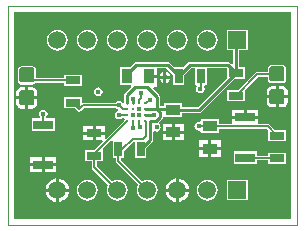
<source format=gtl>
G04 Layer_Physical_Order=1*
G04 Layer_Color=255*
%FSAX44Y44*%
%MOMM*%
G71*
G01*
G75*
G04:AMPARAMS|DCode=10|XSize=1.27mm|YSize=1.27mm|CornerRadius=0.1588mm|HoleSize=0mm|Usage=FLASHONLY|Rotation=270.000|XOffset=0mm|YOffset=0mm|HoleType=Round|Shape=RoundedRectangle|*
%AMROUNDEDRECTD10*
21,1,1.2700,0.9525,0,0,270.0*
21,1,0.9525,1.2700,0,0,270.0*
1,1,0.3175,-0.4763,-0.4763*
1,1,0.3175,-0.4763,0.4763*
1,1,0.3175,0.4763,0.4763*
1,1,0.3175,0.4763,-0.4763*
%
%ADD10ROUNDEDRECTD10*%
%ADD11R,1.3000X0.7000*%
%ADD12R,1.7000X0.8000*%
%ADD13R,1.3000X0.9000*%
%ADD14R,0.7000X1.3000*%
%ADD15C,0.2900*%
%ADD16R,0.9000X1.3000*%
%ADD17C,0.2540*%
%ADD18C,0.1524*%
%ADD19C,0.1270*%
%ADD20C,0.1016*%
%ADD21C,1.5000*%
%ADD22R,1.5000X1.5000*%
%ADD23C,0.4500*%
%ADD24C,0.4000*%
G36*
X00260000Y00005000D02*
X00025000D01*
Y00180000D01*
X00260000D01*
Y00005000D01*
D02*
G37*
%LPC*%
G36*
X00189730Y00063230D02*
X00181960D01*
Y00057460D01*
X00189730D01*
Y00063230D01*
D02*
G37*
G36*
X00200040D02*
X00192270D01*
Y00057460D01*
X00200040D01*
Y00063230D01*
D02*
G37*
G36*
X00189730Y00071540D02*
X00181960D01*
Y00065770D01*
X00189730D01*
Y00071540D01*
D02*
G37*
G36*
X00230770Y00062270D02*
X00211230D01*
Y00051730D01*
X00230770D01*
Y00054558D01*
X00240230D01*
Y00051730D01*
X00255770D01*
Y00061270D01*
X00240230D01*
Y00058442D01*
X00230770D01*
Y00062270D01*
D02*
G37*
G36*
X00048730Y00057540D02*
X00038960D01*
Y00052270D01*
X00048730D01*
Y00057540D01*
D02*
G37*
G36*
X00061040D02*
X00051270D01*
Y00052270D01*
X00061040D01*
Y00057540D01*
D02*
G37*
G36*
X00200040Y00071540D02*
X00192270D01*
Y00065770D01*
X00200040D01*
Y00071540D01*
D02*
G37*
G36*
X00091730Y00083540D02*
X00083960D01*
Y00078770D01*
X00091730D01*
Y00083540D01*
D02*
G37*
G36*
X00102040D02*
X00094270D01*
Y00078770D01*
X00102040D01*
Y00083540D01*
D02*
G37*
G36*
X00050000Y00097589D02*
X00048627Y00097316D01*
X00047462Y00096538D01*
X00046684Y00095373D01*
X00046411Y00094000D01*
X00046684Y00092627D01*
X00047410Y00091540D01*
X00047320Y00091124D01*
X00046961Y00090270D01*
X00040230D01*
Y00079730D01*
X00059770D01*
Y00090270D01*
X00053039D01*
X00052680Y00091124D01*
X00052590Y00091540D01*
X00053316Y00092627D01*
X00053589Y00094000D01*
X00053316Y00095373D01*
X00052538Y00096538D01*
X00051373Y00097316D01*
X00050000Y00097589D01*
D02*
G37*
G36*
X00091730Y00076230D02*
X00083960D01*
Y00071460D01*
X00091730D01*
Y00076230D01*
D02*
G37*
G36*
X00158730Y00077230D02*
X00150960D01*
Y00071460D01*
X00158730D01*
Y00077230D01*
D02*
G37*
G36*
X00169040D02*
X00161270D01*
Y00071460D01*
X00169040D01*
Y00077230D01*
D02*
G37*
G36*
X00173409Y00028230D02*
X00164720D01*
Y00019541D01*
X00166071Y00019718D01*
X00168513Y00020730D01*
X00170611Y00022339D01*
X00172220Y00024437D01*
X00173232Y00026879D01*
X00173409Y00028230D01*
D02*
G37*
G36*
X00087250Y00038346D02*
X00084961Y00038044D01*
X00082827Y00037161D01*
X00080995Y00035755D01*
X00079589Y00033923D01*
X00078706Y00031789D01*
X00078404Y00029500D01*
X00078706Y00027211D01*
X00079589Y00025077D01*
X00080995Y00023245D01*
X00082827Y00021839D01*
X00084961Y00020956D01*
X00087250Y00020654D01*
X00089539Y00020956D01*
X00091673Y00021839D01*
X00093505Y00023245D01*
X00094911Y00025077D01*
X00095794Y00027211D01*
X00096096Y00029500D01*
X00095794Y00031789D01*
X00094911Y00033923D01*
X00093505Y00035755D01*
X00091673Y00037161D01*
X00089539Y00038044D01*
X00087250Y00038346D01*
D02*
G37*
G36*
X00188850D02*
X00186561Y00038044D01*
X00184427Y00037161D01*
X00182595Y00035755D01*
X00181189Y00033923D01*
X00180306Y00031789D01*
X00180004Y00029500D01*
X00180306Y00027211D01*
X00181189Y00025077D01*
X00182595Y00023245D01*
X00184427Y00021839D01*
X00186561Y00020956D01*
X00188850Y00020654D01*
X00191139Y00020956D01*
X00193273Y00021839D01*
X00195105Y00023245D01*
X00196511Y00025077D01*
X00197394Y00027211D01*
X00197696Y00029500D01*
X00197394Y00031789D01*
X00196511Y00033923D01*
X00195105Y00035755D01*
X00193273Y00037161D01*
X00191139Y00038044D01*
X00188850Y00038346D01*
D02*
G37*
G36*
X00060580Y00028230D02*
X00051891D01*
X00052068Y00026879D01*
X00053080Y00024437D01*
X00054689Y00022339D01*
X00056787Y00020730D01*
X00059229Y00019718D01*
X00060580Y00019541D01*
Y00028230D01*
D02*
G37*
G36*
X00071809D02*
X00063120D01*
Y00019541D01*
X00064471Y00019718D01*
X00066913Y00020730D01*
X00069011Y00022339D01*
X00070620Y00024437D01*
X00071632Y00026879D01*
X00071809Y00028230D01*
D02*
G37*
G36*
X00162180D02*
X00153491D01*
X00153668Y00026879D01*
X00154680Y00024437D01*
X00156289Y00022339D01*
X00158387Y00020730D01*
X00160829Y00019718D01*
X00162180Y00019541D01*
Y00028230D01*
D02*
G37*
G36*
X00223020Y00038270D02*
X00205480D01*
Y00020730D01*
X00223020D01*
Y00038270D01*
D02*
G37*
G36*
X00164720Y00039459D02*
Y00030770D01*
X00173409D01*
X00173232Y00032121D01*
X00172220Y00034563D01*
X00170611Y00036661D01*
X00168513Y00038270D01*
X00166071Y00039282D01*
X00164720Y00039459D01*
D02*
G37*
G36*
X00048730Y00049730D02*
X00038960D01*
Y00044460D01*
X00048730D01*
Y00049730D01*
D02*
G37*
G36*
X00061040D02*
X00051270D01*
Y00044460D01*
X00061040D01*
Y00049730D01*
D02*
G37*
G36*
X00060580Y00039459D02*
X00059229Y00039282D01*
X00056787Y00038270D01*
X00054689Y00036661D01*
X00053080Y00034563D01*
X00052068Y00032121D01*
X00051891Y00030770D01*
X00060580D01*
Y00039459D01*
D02*
G37*
G36*
X00063120D02*
Y00030770D01*
X00071809D01*
X00071632Y00032121D01*
X00070620Y00034563D01*
X00069011Y00036661D01*
X00066913Y00038270D01*
X00064471Y00039282D01*
X00063120Y00039459D01*
D02*
G37*
G36*
X00162180D02*
X00160829Y00039282D01*
X00158387Y00038270D01*
X00156289Y00036661D01*
X00154680Y00034563D01*
X00153668Y00032121D01*
X00153491Y00030770D01*
X00162180D01*
Y00039459D01*
D02*
G37*
G36*
X00158730Y00085540D02*
X00150960D01*
Y00079770D01*
X00158730D01*
Y00085540D01*
D02*
G37*
G36*
X00040763Y00134201D02*
X00031237D01*
X00030123Y00133979D01*
X00029177Y00133348D01*
X00028546Y00132402D01*
X00028324Y00131287D01*
Y00121763D01*
X00028546Y00120648D01*
X00029177Y00119702D01*
X00030123Y00119071D01*
X00031237Y00118849D01*
X00040763D01*
X00041877Y00119071D01*
X00042823Y00119702D01*
X00043308Y00120428D01*
X00067230D01*
Y00117730D01*
X00082770D01*
Y00127270D01*
X00067230D01*
Y00124572D01*
X00043676D01*
Y00131287D01*
X00043454Y00132402D01*
X00042823Y00133348D01*
X00041877Y00133979D01*
X00040763Y00134201D01*
D02*
G37*
G36*
X00163450Y00165346D02*
X00161161Y00165044D01*
X00159027Y00164161D01*
X00157195Y00162755D01*
X00155789Y00160923D01*
X00154906Y00158789D01*
X00154604Y00156500D01*
X00154906Y00154211D01*
X00155789Y00152077D01*
X00157195Y00150245D01*
X00159027Y00148839D01*
X00161161Y00147956D01*
X00163450Y00147654D01*
X00165739Y00147956D01*
X00167873Y00148839D01*
X00169705Y00150245D01*
X00171111Y00152077D01*
X00171994Y00154211D01*
X00172296Y00156500D01*
X00171994Y00158789D01*
X00171111Y00160923D01*
X00169705Y00162755D01*
X00167873Y00164161D01*
X00165739Y00165044D01*
X00163450Y00165346D01*
D02*
G37*
G36*
X00188850D02*
X00186561Y00165044D01*
X00184427Y00164161D01*
X00182595Y00162755D01*
X00181189Y00160923D01*
X00180306Y00158789D01*
X00180004Y00156500D01*
X00180306Y00154211D01*
X00181189Y00152077D01*
X00182595Y00150245D01*
X00184427Y00148839D01*
X00186561Y00147956D01*
X00188850Y00147654D01*
X00191139Y00147956D01*
X00193273Y00148839D01*
X00195105Y00150245D01*
X00196511Y00152077D01*
X00197394Y00154211D01*
X00197696Y00156500D01*
X00197394Y00158789D01*
X00196511Y00160923D01*
X00195105Y00162755D01*
X00193273Y00164161D01*
X00191139Y00165044D01*
X00188850Y00165346D01*
D02*
G37*
G36*
X00246730Y00117446D02*
X00243237D01*
X00241627Y00117126D01*
X00240262Y00116213D01*
X00239349Y00114848D01*
X00239029Y00113237D01*
Y00109745D01*
X00246730D01*
Y00117446D01*
D02*
G37*
G36*
X00252763D02*
X00249270D01*
Y00109745D01*
X00256971D01*
Y00113237D01*
X00256651Y00114848D01*
X00255738Y00116213D01*
X00254373Y00117126D01*
X00252763Y00117446D01*
D02*
G37*
G36*
X00138050Y00165346D02*
X00135761Y00165044D01*
X00133627Y00164161D01*
X00131795Y00162755D01*
X00130389Y00160923D01*
X00129506Y00158789D01*
X00129204Y00156500D01*
X00129506Y00154211D01*
X00130389Y00152077D01*
X00131795Y00150245D01*
X00133627Y00148839D01*
X00135761Y00147956D01*
X00138050Y00147654D01*
X00140339Y00147956D01*
X00142473Y00148839D01*
X00144305Y00150245D01*
X00145711Y00152077D01*
X00146594Y00154211D01*
X00146896Y00156500D01*
X00146594Y00158789D01*
X00145711Y00160923D01*
X00144305Y00162755D01*
X00142473Y00164161D01*
X00140339Y00165044D01*
X00138050Y00165346D01*
D02*
G37*
G36*
X00223020Y00165270D02*
X00205480D01*
Y00147730D01*
X00210410D01*
Y00136412D01*
X00209237Y00135926D01*
X00208037Y00137125D01*
X00207197Y00137687D01*
X00206206Y00137884D01*
X00173794D01*
X00172803Y00137687D01*
X00171963Y00137125D01*
X00168608Y00133770D01*
X00160392D01*
X00157037Y00137125D01*
X00156197Y00137687D01*
X00155206Y00137884D01*
X00128294D01*
X00127303Y00137687D01*
X00126463Y00137125D01*
X00123108Y00133770D01*
X00114730D01*
Y00118230D01*
X00123908D01*
X00124394Y00117057D01*
X00119169Y00111831D01*
X00118607Y00110991D01*
X00118410Y00110000D01*
Y00103923D01*
X00118322Y00103480D01*
X00116994Y00103181D01*
X00116544Y00103855D01*
X00115380Y00104633D01*
X00114007Y00104906D01*
X00112633Y00104633D01*
X00111469Y00103855D01*
X00111158Y00103389D01*
X00083817D01*
X00082770Y00104472D01*
Y00108270D01*
X00067230D01*
Y00098730D01*
X00076840D01*
X00079035Y00096535D01*
X00079035Y00096535D01*
X00079707Y00096086D01*
X00080500Y00095928D01*
X00081293Y00096086D01*
X00081965Y00096535D01*
X00084675Y00099245D01*
X00111158D01*
X00111469Y00098779D01*
X00112633Y00098001D01*
X00113612Y00097807D01*
Y00096512D01*
X00112627Y00096316D01*
X00111462Y00095538D01*
X00110684Y00094373D01*
X00110411Y00093000D01*
X00110684Y00091627D01*
X00111462Y00090462D01*
X00112627Y00089684D01*
X00114000Y00089411D01*
X00115373Y00089684D01*
X00116538Y00090462D01*
X00116849Y00090928D01*
X00118274D01*
X00118460Y00090693D01*
X00118837Y00089658D01*
X00118438Y00089061D01*
X00118266Y00088196D01*
X00103213Y00073143D01*
X00102040Y00073629D01*
Y00076230D01*
X00094270D01*
Y00071460D01*
X00099871D01*
X00100357Y00070287D01*
X00093340Y00063270D01*
X00085230D01*
Y00053730D01*
X00090928D01*
Y00049150D01*
X00090928Y00049150D01*
X00091086Y00048357D01*
X00091535Y00047685D01*
X00105123Y00034097D01*
X00104989Y00033923D01*
X00104106Y00031789D01*
X00103804Y00029500D01*
X00104106Y00027211D01*
X00104989Y00025077D01*
X00106395Y00023245D01*
X00108227Y00021839D01*
X00110361Y00020956D01*
X00112650Y00020654D01*
X00114939Y00020956D01*
X00117073Y00021839D01*
X00118905Y00023245D01*
X00120311Y00025077D01*
X00121194Y00027211D01*
X00121496Y00029500D01*
X00121194Y00031789D01*
X00120311Y00033923D01*
X00118905Y00035755D01*
X00117073Y00037161D01*
X00114939Y00038044D01*
X00112650Y00038346D01*
X00110361Y00038044D01*
X00108227Y00037161D01*
X00108053Y00037027D01*
X00095072Y00050008D01*
Y00053730D01*
X00100770D01*
Y00063270D01*
X00100770Y00063270D01*
X00100770D01*
X00100310Y00064380D01*
X00107460Y00071530D01*
X00108730Y00071004D01*
X00108730Y00070877D01*
X00108730Y00070877D01*
X00108730Y00070817D01*
Y00056230D01*
X00111428D01*
Y00054050D01*
X00111428Y00054050D01*
X00111586Y00053257D01*
X00112035Y00052585D01*
X00130523Y00034097D01*
X00130389Y00033923D01*
X00129506Y00031789D01*
X00129204Y00029500D01*
X00129506Y00027211D01*
X00130389Y00025077D01*
X00131795Y00023245D01*
X00133627Y00021839D01*
X00135761Y00020956D01*
X00138050Y00020654D01*
X00140339Y00020956D01*
X00142473Y00021839D01*
X00144305Y00023245D01*
X00145711Y00025077D01*
X00146594Y00027211D01*
X00146896Y00029500D01*
X00146594Y00031789D01*
X00145711Y00033923D01*
X00144305Y00035755D01*
X00142473Y00037161D01*
X00140339Y00038044D01*
X00138050Y00038346D01*
X00135761Y00038044D01*
X00133627Y00037161D01*
X00133453Y00037027D01*
X00115572Y00054908D01*
Y00056230D01*
X00118270D01*
Y00062405D01*
X00118465Y00062535D01*
X00126460Y00070530D01*
X00127730Y00070144D01*
Y00056230D01*
X00137270D01*
Y00065107D01*
X00142225Y00070063D01*
X00142787Y00070903D01*
X00142984Y00071894D01*
Y00078661D01*
X00144254Y00079340D01*
X00144487Y00079184D01*
X00145860Y00078911D01*
X00147233Y00079184D01*
X00148398Y00079962D01*
X00149176Y00081127D01*
X00149449Y00082500D01*
X00149176Y00083873D01*
X00148398Y00085038D01*
X00147978Y00085318D01*
X00147873Y00085524D01*
X00147832Y00086893D01*
X00150378Y00089439D01*
X00150940Y00090279D01*
X00151131Y00091242D01*
X00152230Y00091730D01*
X00152230Y00091730D01*
X00152230Y00091730D01*
X00167770D01*
Y00094910D01*
X00182000D01*
X00182991Y00095107D01*
X00183831Y00095669D01*
X00211893Y00123730D01*
X00220770D01*
Y00133270D01*
X00215590D01*
Y00147730D01*
X00223020D01*
Y00165270D01*
D02*
G37*
G36*
X00061850Y00165346D02*
X00059561Y00165044D01*
X00057427Y00164161D01*
X00055595Y00162755D01*
X00054189Y00160923D01*
X00053306Y00158789D01*
X00053004Y00156500D01*
X00053306Y00154211D01*
X00054189Y00152077D01*
X00055595Y00150245D01*
X00057427Y00148839D01*
X00059561Y00147956D01*
X00061850Y00147654D01*
X00064139Y00147956D01*
X00066273Y00148839D01*
X00068105Y00150245D01*
X00069511Y00152077D01*
X00070394Y00154211D01*
X00070696Y00156500D01*
X00070394Y00158789D01*
X00069511Y00160923D01*
X00068105Y00162755D01*
X00066273Y00164161D01*
X00064139Y00165044D01*
X00061850Y00165346D01*
D02*
G37*
G36*
X00252763Y00135201D02*
X00243237D01*
X00242123Y00134979D01*
X00241177Y00134348D01*
X00240546Y00133402D01*
X00240324Y00132288D01*
Y00129597D01*
X00231025D01*
X00231025Y00129597D01*
X00230232Y00129439D01*
X00229560Y00128990D01*
X00214840Y00114270D01*
X00205230D01*
Y00104730D01*
X00220770D01*
Y00114270D01*
X00220770Y00114270D01*
X00220770D01*
X00221580Y00115150D01*
X00231883Y00125453D01*
X00240324D01*
Y00122762D01*
X00240546Y00121648D01*
X00241177Y00120702D01*
X00242123Y00120071D01*
X00243237Y00119849D01*
X00252763D01*
X00253877Y00120071D01*
X00254823Y00120702D01*
X00255454Y00121648D01*
X00255676Y00122762D01*
Y00132288D01*
X00255454Y00133402D01*
X00254823Y00134348D01*
X00253877Y00134979D01*
X00252763Y00135201D01*
D02*
G37*
G36*
X00112650Y00165346D02*
X00110361Y00165044D01*
X00108227Y00164161D01*
X00106395Y00162755D01*
X00104989Y00160923D01*
X00104106Y00158789D01*
X00103804Y00156500D01*
X00104106Y00154211D01*
X00104989Y00152077D01*
X00106395Y00150245D01*
X00108227Y00148839D01*
X00110361Y00147956D01*
X00112650Y00147654D01*
X00114939Y00147956D01*
X00117073Y00148839D01*
X00118905Y00150245D01*
X00120311Y00152077D01*
X00121194Y00154211D01*
X00121496Y00156500D01*
X00121194Y00158789D01*
X00120311Y00160923D01*
X00118905Y00162755D01*
X00117073Y00164161D01*
X00114939Y00165044D01*
X00112650Y00165346D01*
D02*
G37*
G36*
X00087250D02*
X00084961Y00165044D01*
X00082827Y00164161D01*
X00080995Y00162755D01*
X00079589Y00160923D01*
X00078706Y00158789D01*
X00078404Y00156500D01*
X00078706Y00154211D01*
X00079589Y00152077D01*
X00080995Y00150245D01*
X00082827Y00148839D01*
X00084961Y00147956D01*
X00087250Y00147654D01*
X00089539Y00147956D01*
X00091673Y00148839D01*
X00093505Y00150245D01*
X00094911Y00152077D01*
X00095794Y00154211D01*
X00096096Y00156500D01*
X00095794Y00158789D01*
X00094911Y00160923D01*
X00093505Y00162755D01*
X00091673Y00164161D01*
X00089539Y00165044D01*
X00087250Y00165346D01*
D02*
G37*
G36*
X00232040Y00097540D02*
X00222270D01*
Y00092270D01*
X00232040D01*
Y00097540D01*
D02*
G37*
G36*
X00034730Y00106205D02*
X00027029D01*
Y00102712D01*
X00027350Y00101102D01*
X00028262Y00099737D01*
X00029627Y00098825D01*
X00031237Y00098504D01*
X00034730D01*
Y00106205D01*
D02*
G37*
G36*
X00219730Y00097540D02*
X00209960D01*
Y00092270D01*
X00219730D01*
Y00097540D01*
D02*
G37*
G36*
X00169040Y00085540D02*
X00161270D01*
Y00079770D01*
X00169040D01*
Y00085540D01*
D02*
G37*
G36*
X00232040Y00089730D02*
X00209960D01*
Y00085442D01*
X00198770D01*
Y00089270D01*
X00183230D01*
Y00087989D01*
X00181960Y00086997D01*
X00181500Y00087089D01*
X00180127Y00086816D01*
X00178962Y00086038D01*
X00178184Y00084873D01*
X00177911Y00083500D01*
X00178184Y00082127D01*
X00178962Y00080962D01*
X00180127Y00080184D01*
X00181500Y00079911D01*
X00181960Y00080003D01*
X00183230Y00079011D01*
Y00077730D01*
X00198770D01*
Y00081558D01*
X00239195D01*
X00239536Y00081217D01*
X00240230Y00080270D01*
X00240230D01*
X00240230Y00080270D01*
Y00070730D01*
X00255770D01*
Y00080270D01*
X00245977D01*
X00241373Y00084873D01*
X00240743Y00085295D01*
X00240000Y00085442D01*
X00232040D01*
Y00089730D01*
D02*
G37*
G36*
X00044971Y00106205D02*
X00037270D01*
Y00098504D01*
X00040763D01*
X00042373Y00098825D01*
X00043738Y00099737D01*
X00044651Y00101102D01*
X00044971Y00102712D01*
Y00106205D01*
D02*
G37*
G36*
X00040763Y00116446D02*
X00037270D01*
Y00108745D01*
X00044971D01*
Y00112238D01*
X00044651Y00113848D01*
X00043738Y00115213D01*
X00042373Y00116125D01*
X00040763Y00116446D01*
D02*
G37*
G36*
X00096655Y00116381D02*
X00095282Y00116108D01*
X00094117Y00115330D01*
X00093339Y00114166D01*
X00093066Y00112793D01*
X00093339Y00111419D01*
X00094117Y00110255D01*
X00095282Y00109477D01*
X00096655Y00109204D01*
X00098028Y00109477D01*
X00099193Y00110255D01*
X00099971Y00111419D01*
X00100244Y00112793D01*
X00099971Y00114166D01*
X00099193Y00115330D01*
X00098028Y00116108D01*
X00096655Y00116381D01*
D02*
G37*
G36*
X00034730Y00116446D02*
X00031237D01*
X00029627Y00116125D01*
X00028262Y00115213D01*
X00027350Y00113848D01*
X00027029Y00112238D01*
Y00108745D01*
X00034730D01*
Y00116446D01*
D02*
G37*
G36*
X00246730Y00107205D02*
X00239029D01*
Y00103713D01*
X00239349Y00102102D01*
X00240262Y00100737D01*
X00241627Y00099824D01*
X00243237Y00099504D01*
X00246730D01*
Y00107205D01*
D02*
G37*
G36*
X00256971D02*
X00249270D01*
Y00099504D01*
X00252763D01*
X00254373Y00099824D01*
X00255738Y00100737D01*
X00256651Y00102102D01*
X00256971Y00103713D01*
Y00107205D01*
D02*
G37*
%LPD*%
G36*
X00205230Y00132607D02*
Y00124392D01*
X00180927Y00100090D01*
X00167770D01*
Y00103270D01*
X00152230D01*
Y00100590D01*
X00149133D01*
Y00108440D01*
X00148936Y00109431D01*
X00148375Y00110271D01*
X00142859Y00115787D01*
X00143345Y00116960D01*
X00146540D01*
Y00124730D01*
X00139500D01*
Y00127270D01*
X00146540D01*
Y00132704D01*
X00154133D01*
X00159730Y00127107D01*
Y00118230D01*
X00169270D01*
Y00127107D01*
X00174867Y00132704D01*
X00178730D01*
Y00118230D01*
X00179397D01*
X00180076Y00116960D01*
X00179684Y00116373D01*
X00179411Y00115000D01*
X00179684Y00113627D01*
X00180462Y00112462D01*
X00181627Y00111684D01*
X00183000Y00111411D01*
X00184373Y00111684D01*
X00185538Y00112462D01*
X00186316Y00113627D01*
X00186589Y00115000D01*
X00186316Y00116373D01*
X00185924Y00116960D01*
X00186603Y00118230D01*
X00188270D01*
Y00132704D01*
X00205133D01*
X00205230Y00132607D01*
D02*
G37*
%LPC*%
G36*
X00151730Y00123730D02*
X00148369D01*
X00148488Y00123131D01*
X00149547Y00121547D01*
X00151131Y00120488D01*
X00151730Y00120369D01*
Y00123730D01*
D02*
G37*
G36*
X00157631D02*
X00154270D01*
Y00120369D01*
X00154869Y00120488D01*
X00156453Y00121547D01*
X00157512Y00123131D01*
X00157631Y00123730D01*
D02*
G37*
G36*
X00154270Y00129631D02*
Y00126270D01*
X00157631D01*
X00157512Y00126869D01*
X00156453Y00128453D01*
X00154869Y00129512D01*
X00154270Y00129631D01*
D02*
G37*
G36*
X00151730D02*
X00151131Y00129512D01*
X00149547Y00128453D01*
X00148488Y00126869D01*
X00148369Y00126270D01*
X00151730D01*
Y00129631D01*
D02*
G37*
%LPD*%
D10*
X00248000Y00127525D02*
D03*
Y00108475D02*
D03*
X00036000Y00107475D02*
D03*
Y00126525D02*
D03*
D11*
X00213000Y00109500D02*
D03*
Y00128500D02*
D03*
X00248000Y00075500D02*
D03*
Y00056500D02*
D03*
X00093000Y00077500D02*
D03*
Y00058500D02*
D03*
X00075000Y00122500D02*
D03*
Y00103500D02*
D03*
D12*
X00221000Y00057000D02*
D03*
Y00091000D02*
D03*
X00050000Y00085000D02*
D03*
Y00051000D02*
D03*
D13*
X00191000Y00083500D02*
D03*
Y00064500D02*
D03*
X00160000Y00097500D02*
D03*
Y00078500D02*
D03*
D14*
X00164500Y00126000D02*
D03*
X00183500D02*
D03*
X00113500Y00064000D02*
D03*
X00132500D02*
D03*
D15*
X00136000Y00103000D02*
D03*
X00131000D02*
D03*
X00126000D02*
D03*
X00121000D02*
D03*
X00136000Y00098000D02*
D03*
X00131000D02*
D03*
X00126000D02*
D03*
X00121000D02*
D03*
X00136000Y00093000D02*
D03*
X00131000D02*
D03*
X00126000D02*
D03*
X00121000D02*
D03*
X00136000Y00088000D02*
D03*
X00131000D02*
D03*
X00126000D02*
D03*
X00121000D02*
D03*
D16*
X00120500Y00126000D02*
D03*
X00139500D02*
D03*
D17*
X00138188Y00116796D02*
X00146543Y00108440D01*
X00127795Y00116796D02*
X00138188D01*
X00136000Y00098000D02*
X00140107D01*
X00126000Y00103000D02*
Y00107394D01*
X00213000Y00161250D02*
X00214250Y00162500D01*
X00120500Y00126000D02*
Y00127500D01*
X00128294Y00135294D01*
X00155206D01*
X00164500Y00126000D01*
X00173794Y00135294D01*
X00206206D01*
X00213000Y00128500D01*
X00182000Y00097500D02*
X00213000Y00128500D01*
X00160000Y00097500D02*
X00182000D01*
X00213000Y00128500D02*
Y00161250D01*
X00136255Y00093255D02*
X00143757D01*
X00140394Y00098000D02*
X00140439Y00098045D01*
X00146499D02*
X00146543Y00098000D01*
X00140439Y00098045D02*
X00146499D01*
X00136000Y00093000D02*
X00136255Y00093255D01*
X00146789Y00097318D02*
X00148547Y00095560D01*
X00146543Y00097318D02*
Y00098000D01*
X00159500D01*
X00121000Y00110000D02*
X00127795Y00116796D01*
X00146543Y00098000D02*
Y00108440D01*
X00121000Y00103000D02*
Y00110000D01*
X00148547Y00091271D02*
Y00095560D01*
X00132500Y00064000D02*
X00140394Y00071894D01*
X00145564Y00088287D02*
X00148547Y00091271D01*
X00140394Y00071894D02*
Y00088287D01*
X00145564D01*
D18*
X00132507Y00107507D02*
Y00112006D01*
X00131000Y00106000D02*
X00132507Y00107507D01*
X00136000Y00103000D02*
X00137000D01*
X00131000D02*
Y00106000D01*
X00113500Y00064000D02*
X00117000D01*
X00114000Y00093000D02*
X00121000D01*
X00050000Y00085000D02*
Y00094000D01*
X00075000Y00103500D02*
X00080500Y00098000D01*
X00213000Y00109500D02*
X00231025Y00127525D01*
X00248000D01*
X00036000Y00126525D02*
X00040025Y00122500D01*
X00075000D01*
X00093000Y00058500D02*
Y00060000D01*
X00113500Y00054050D02*
Y00064000D01*
Y00054050D02*
X00138050Y00029500D01*
X00136390Y00027840D02*
X00139430Y00024800D01*
X00093000Y00049150D02*
Y00058500D01*
Y00049150D02*
X00112650Y00029500D01*
X00109900Y00026750D02*
X00112650Y00024000D01*
X00136000Y00088000D02*
X00137032Y00086968D01*
X00134375Y00072875D02*
X00137032Y00075532D01*
X00114000Y00093000D02*
X00114000Y00093000D01*
X00117000Y00064000D02*
X00125875Y00072875D01*
X00134375D01*
X00137032Y00075532D02*
Y00086968D01*
X00083817Y00101317D02*
X00114007D01*
X00080500Y00098000D02*
X00083817Y00101317D01*
X00114007D02*
X00117324Y00098000D01*
X00121000D01*
X00093000Y00060000D02*
X00121000Y00088000D01*
X00137000Y00103000D02*
X00140000Y00106000D01*
D19*
X00183000Y00115000D02*
X00183500Y00115500D01*
Y00126000D01*
X00181500Y00083500D02*
X00191000D01*
X00221000Y00057000D02*
X00221500Y00056500D01*
X00248000D01*
X00240000Y00083500D02*
X00248000Y00075500D01*
X00191000Y00083500D02*
X00240000D01*
X00126000Y00081892D02*
Y00088000D01*
X00131000Y00083000D02*
X00131290Y00083290D01*
X00131776D01*
X00131000Y00083000D02*
Y00088000D01*
D20*
X00020000Y00000000D02*
Y00185000D01*
X00265000D01*
Y00000000D02*
Y00185000D01*
X00020000Y00000000D02*
X00265000D01*
D21*
X00061850Y00029500D02*
D03*
X00087250D02*
D03*
X00112650D02*
D03*
X00138050D02*
D03*
X00188850D02*
D03*
X00163450D02*
D03*
X00061850Y00156500D02*
D03*
X00087250D02*
D03*
X00112650D02*
D03*
X00138050D02*
D03*
X00188850D02*
D03*
X00163450D02*
D03*
D22*
X00214250Y00029500D02*
D03*
Y00156500D02*
D03*
D23*
X00096655Y00112793D02*
D03*
X00145860Y00082500D02*
D03*
X00132507Y00112006D02*
D03*
X00050000Y00094000D02*
D03*
X00153000Y00125000D02*
D03*
X00183000Y00115000D02*
D03*
X00181500Y00083500D02*
D03*
X00143757Y00093255D02*
D03*
X00114000Y00093000D02*
D03*
X00126006Y00082254D02*
D03*
X00131776Y00083290D02*
D03*
X00125795Y00106811D02*
D03*
X00114007Y00101317D02*
D03*
X00140000Y00106000D02*
D03*
D24*
X00130750Y00098280D02*
D03*
X00125800Y00093000D02*
D03*
X00131280Y00092720D02*
D03*
M02*

</source>
